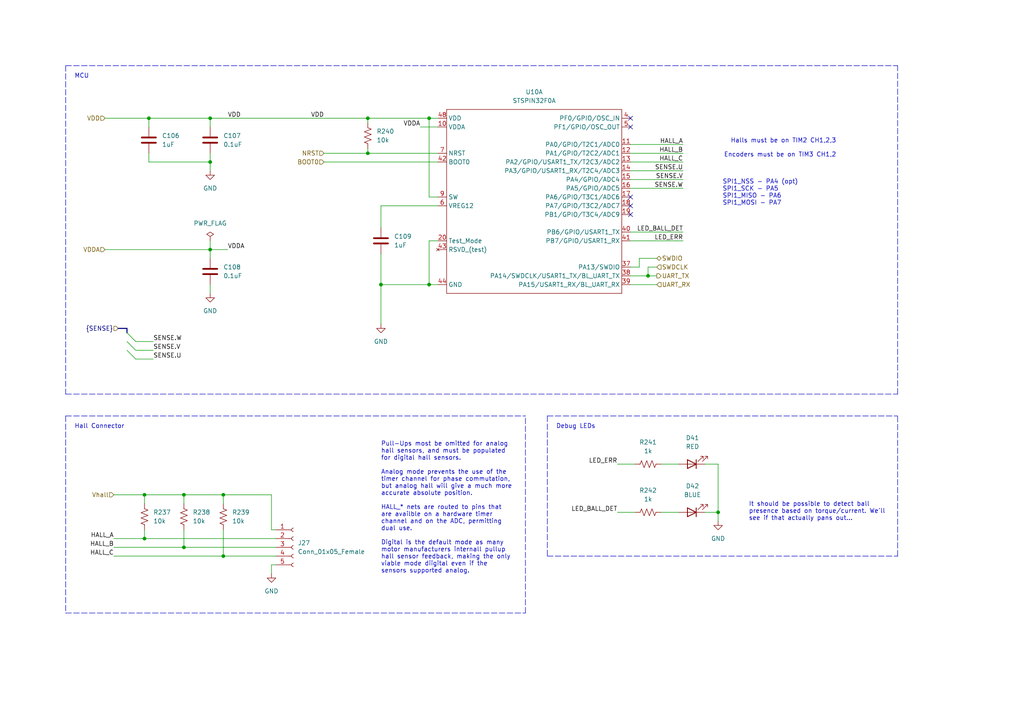
<source format=kicad_sch>
(kicad_sch (version 20210621) (generator eeschema)
  (paper "A4")
  (title_block (title "Motorboard") (date "2021-11-14") (rev "1.0.0") (company "The A-Team (RC SSL)") (comment 1 "Designed By: W. Stuckey & R. Osawa") (comment 2 "Reviewed By:"))
  (lib_symbols
    (symbol "Connector:Conn_01x05_Female" (pin_names (offset 1.016) hide)
      (property "Reference" "J" (at 0 7.62 0))
      (property "Value" "Conn_01x05_Female" (at 0 -7.62 0))
      (symbol "Conn_01x05_Female_1_1"
        (arc (start 0 -4.572) (end 0 -5.588) (radius (at 0 -5.08) (length 0.508) (angles 90.1 -90.1)) (stroke (width 0.1524)))
        (arc (start 0 -2.032) (end 0 -3.048) (radius (at 0 -2.54) (length 0.508) (angles 90.1 -90.1)) (stroke (width 0.1524)))
        (arc (start 0 0.508) (end 0 -0.508) (radius (at 0 0) (length 0.508) (angles 90.1 -90.1)) (stroke (width 0.1524)))
        (arc (start 0 3.048) (end 0 2.032) (radius (at 0 2.54) (length 0.508) (angles 90.1 -90.1)) (stroke (width 0.1524)))
        (arc (start 0 5.588) (end 0 4.572) (radius (at 0 5.08) (length 0.508) (angles 90.1 -90.1)) (stroke (width 0.1524)))
        (polyline (pts (xy -1.27 -5.08) (xy -0.508 -5.08)) (stroke (width 0.1524)))
        (polyline (pts (xy -1.27 -2.54) (xy -0.508 -2.54)) (stroke (width 0.1524)))
        (polyline (pts (xy -1.27 0) (xy -0.508 0)) (stroke (width 0.1524)))
        (polyline (pts (xy -1.27 2.54) (xy -0.508 2.54)) (stroke (width 0.1524)))
        (polyline (pts (xy -1.27 5.08) (xy -0.508 5.08)) (stroke (width 0.1524)))
        (pin passive line (at -5.08 5.08 0) (length 3.81) (name "Pin_1") (number "1"))
        (pin passive line (at -5.08 2.54 0) (length 3.81) (name "Pin_2") (number "2"))
        (pin passive line (at -5.08 0 0) (length 3.81) (name "Pin_3") (number "3"))
        (pin passive line (at -5.08 -2.54 0) (length 3.81) (name "Pin_4") (number "4"))
        (pin passive line (at -5.08 -5.08 0) (length 3.81) (name "Pin_5") (number "5"))
      )
    )
    (symbol "Device:C" (pin_numbers hide) (pin_names (offset 0.254))
      (property "Reference" "C" (at 0.635 2.54 0))
      (property "Value" "C" (at 0.635 -2.54 0))
      (symbol "C_0_1"
        (polyline (pts (xy -2.032 -0.762) (xy 2.032 -0.762)) (stroke (width 0.508)))
        (polyline (pts (xy -2.032 0.762) (xy 2.032 0.762)) (stroke (width 0.508)))
      )
      (symbol "C_1_1"
        (pin passive line (at 0 3.81 270) (length 2.794) (name "~") (number "1"))
        (pin passive line (at 0 -3.81 90) (length 2.794) (name "~") (number "2"))
      )
    )
    (symbol "Device:LED" (pin_numbers hide) (pin_names (offset 1.016) hide)
      (property "Reference" "D" (at 0 2.54 0))
      (property "Value" "LED" (at 0 -2.54 0))
      (symbol "LED_0_1"
        (polyline (pts (xy -1.27 -1.27) (xy -1.27 1.27)) (stroke (width 0.254)))
        (polyline (pts (xy -1.27 0) (xy 1.27 0)))
        (polyline (pts (xy 1.27 -1.27) (xy 1.27 1.27) (xy -1.27 0) (xy 1.27 -1.27)) (stroke (width 0.254)))
        (polyline (pts (xy -3.048 -0.762) (xy -4.572 -2.286) (xy -3.81 -2.286) (xy -4.572 -2.286) (xy -4.572 -1.524)))
        (polyline (pts (xy -1.778 -0.762) (xy -3.302 -2.286) (xy -2.54 -2.286) (xy -3.302 -2.286) (xy -3.302 -1.524)))
      )
      (symbol "LED_1_1"
        (pin passive line (at -3.81 0 0) (length 2.54) (name "K") (number "1"))
        (pin passive line (at 3.81 0 180) (length 2.54) (name "A") (number "2"))
      )
    )
    (symbol "Device:R_US" (pin_numbers hide) (pin_names (offset 0))
      (property "Reference" "R" (at 2.54 0 90))
      (property "Value" "R_US" (at -2.54 0 90))
      (symbol "R_US_0_1"
        (polyline (pts (xy 0 -2.286) (xy 0 -2.54)))
        (polyline (pts (xy 0 2.286) (xy 0 2.54)))
        (polyline (pts (xy 0 -0.762) (xy 1.016 -1.143) (xy 0 -1.524) (xy -1.016 -1.905) (xy 0 -2.286)))
        (polyline (pts (xy 0 0.762) (xy 1.016 0.381) (xy 0 0) (xy -1.016 -0.381) (xy 0 -0.762)))
        (polyline (pts (xy 0 2.286) (xy 1.016 1.905) (xy 0 1.524) (xy -1.016 1.143) (xy 0 0.762)))
      )
      (symbol "R_US_1_1"
        (pin passive line (at 0 3.81 270) (length 1.27) (name "~") (number "1"))
        (pin passive line (at 0 -3.81 90) (length 1.27) (name "~") (number "2"))
      )
    )
    (symbol "power:GND" (power) (pin_names (offset 0))
      (property "Value" "GND" (at 0 -3.81 0))
      (symbol "GND_0_1"
        (polyline (pts (xy 0 0) (xy 0 -1.27) (xy 1.27 -1.27) (xy 0 -2.54) (xy -1.27 -1.27) (xy 0 -1.27)))
      )
      (symbol "GND_1_1"
        (pin power_in line (at 0 0 270) (length 0) hide (name "GND") (number "1"))
      )
    )
    (symbol "power:PWR_FLAG" (power) (pin_numbers hide) (pin_names (offset 0) hide)
      (property "Value" "PWR_FLAG" (at 0 3.81 0))
      (symbol "PWR_FLAG_0_0"
        (pin power_out line (at 0 0 90) (length 0) (name "pwr") (number "1"))
      )
      (symbol "PWR_FLAG_0_1"
        (polyline (pts (xy 0 0) (xy 0 1.27) (xy -1.016 1.905) (xy 0 2.54) (xy 1.016 1.905) (xy 0 1.27)))
      )
    )
    (symbol "st_microcontrollers:STSPIN32F0A"
      (property "Reference" "U" (at 0 -17.78 0))
      (property "Value" "STSPIN32F0A" (at 0 40.64 0))
      (symbol "STSPIN32F0A_1_1"
        (rectangle (start -25.4 38.1) (end 25.4 -15.24) (stroke (width 0.1524)))
        (pin power_in line (at -27.94 33.02 0) (length 2.54) (name "VDDA") (number "10"))
        (pin bidirectional line (at 27.94 27.94 180) (length 2.54) (name "PA0/GPIO/T2C1/ADC0") (number "11"))
        (pin bidirectional line (at 27.94 25.4 180) (length 2.54) (name "PA1/GPIO/T2C2/ADC1") (number "12"))
        (pin bidirectional line (at 27.94 22.86 180) (length 2.54) (name "PA2/GPIO/USART1_TX/T2C3/ADC2") (number "13"))
        (pin bidirectional line (at 27.94 20.32 180) (length 2.54) (name "PA3/GPIO/USART1_RX/T2C4/ADC3") (number "14"))
        (pin bidirectional line (at 27.94 17.78 180) (length 2.54) (name "PA4/GPIO/ADC4") (number "15"))
        (pin bidirectional line (at 27.94 15.24 180) (length 2.54) (name "PA5/GPIO/ADC5") (number "16"))
        (pin bidirectional line (at 27.94 12.7 180) (length 2.54) (name "PA6/GPIO/T3C1/ADC6") (number "17"))
        (pin bidirectional line (at 27.94 10.16 180) (length 2.54) (name "PA7/GPIO/T3C2/ADC7") (number "18"))
        (pin bidirectional line (at 27.94 7.62 180) (length 2.54) (name "PB1/GPIO/T3C4/ADC9") (number "19"))
        (pin input line (at -27.94 0 0) (length 2.54) (name "Test_Mode") (number "20"))
        (pin input line (at 27.94 -7.62 180) (length 2.54) (name "PA13/SWDIO") (number "37"))
        (pin input line (at 27.94 -10.16 180) (length 2.54) (name "PA14/SWDCLK/USART1_TX/BL_UART_TX") (number "38"))
        (pin input line (at 27.94 -12.7 180) (length 2.54) (name "PA15/USART1_RX/BL_UART_RX") (number "39"))
        (pin bidirectional line (at 27.94 35.56 180) (length 2.54) (name "PF0/GPIO/OSC_IN") (number "4"))
        (pin bidirectional line (at 27.94 2.54 180) (length 2.54) (name "PB6/GPIO/USART1_TX") (number "40"))
        (pin bidirectional line (at 27.94 0 180) (length 2.54) (name "PB7/GPIO/USART1_RX") (number "41"))
        (pin bidirectional line (at -27.94 22.86 0) (length 2.54) (name "BOOT0") (number "42"))
        (pin no_connect line (at -27.94 -2.54 0) (length 2.54) (name "RSVD_(test)") (number "43"))
        (pin power_in line (at -27.94 -12.7 0) (length 2.54) (name "GND") (number "44"))
        (pin power_in line (at -27.94 35.56 0) (length 2.54) (name "VDD") (number "48"))
        (pin bidirectional line (at 27.94 33.02 180) (length 2.54) (name "PF1/GPIO/OSC_OUT") (number "5"))
        (pin bidirectional line (at -27.94 10.16 0) (length 2.54) (name "VREG12") (number "6"))
        (pin bidirectional line (at -27.94 25.4 0) (length 2.54) (name "NRST") (number "7"))
        (pin bidirectional line (at -27.94 12.7 0) (length 2.54) (name "SW") (number "9"))
      )
      (symbol "STSPIN32F0A_2_1"
        (rectangle (start -11.43 38.1) (end 12.7 -38.1) (stroke (width 0.1524)))
        (pin output line (at 15.24 -30.48 180) (length 2.54) (name "HSW") (number "25"))
        (pin bidirectional line (at 15.24 -33.02 180) (length 2.54) (name "OUTW") (number "26"))
        (pin bidirectional line (at 15.24 -20.32 180) (length 2.54) (name "VBOOTW") (number "27"))
        (pin output line (at 15.24 -35.56 180) (length 2.54) (name "LSW") (number "28"))
        (pin output line (at 15.24 -2.54 180) (length 2.54) (name "HSV") (number "29"))
        (pin bidirectional line (at 15.24 -5.08 180) (length 2.54) (name "OUTV") (number "30"))
        (pin bidirectional line (at 15.24 7.62 180) (length 2.54) (name "VBOOTV") (number "31"))
        (pin output line (at 15.24 -7.62 180) (length 2.54) (name "LSV") (number "32"))
        (pin output line (at 15.24 25.4 180) (length 2.54) (name "HSU") (number "33"))
        (pin bidirectional line (at 15.24 22.86 180) (length 2.54) (name "OUTU") (number "34"))
        (pin bidirectional line (at 15.24 35.56 180) (length 2.54) (name "VBOOTU") (number "35"))
        (pin output line (at 15.24 20.32 180) (length 2.54) (name "LSU") (number "36"))
        (pin power_in line (at -13.97 -35.56 0) (length 2.54) (name "EPAD/GND") (number "49"))
        (pin power_in line (at -13.97 35.56 0) (length 2.54) (name "VM/VMotor") (number "8"))
      )
      (symbol "STSPIN32F0A_3_1"
        (polyline (pts (xy -2.54 5.08) (xy -2.54 -5.08) (xy 3.81 0) (xy -2.54 5.08)) (stroke (width 0.1524)))
        (pin output line (at 6.35 0 180) (length 2.54) (name "OP1O") (number "21"))
        (pin input inverted (at -5.08 2.54 0) (length 2.54) (name "OP1N") (number "22"))
        (pin input line (at -5.08 -2.54 0) (length 2.54) (name "OP1P") (number "23"))
      )
      (symbol "STSPIN32F0A_4_1"
        (polyline (pts (xy -2.54 5.08) (xy -2.54 -5.08) (xy 3.81 0) (xy -2.54 5.08)) (stroke (width 0.1524)))
        (pin input line (at -5.08 -2.54 0) (length 2.54) (name "OP2P") (number "1"))
        (pin input inverted (at -5.08 2.54 0) (length 2.54) (name "OP2N") (number "2"))
        (pin output line (at 6.35 0 180) (length 2.54) (name "OP2O") (number "3"))
      )
      (symbol "STSPIN32F0A_5_1"
        (polyline (pts (xy -2.54 5.08) (xy -2.54 -5.08) (xy 3.81 0) (xy -2.54 5.08)) (stroke (width 0.1524)))
        (pin input line (at -5.08 -2.54 0) (length 2.54) (name "OP3P") (number "45"))
        (pin input inverted (at -5.08 2.54 0) (length 2.54) (name "OP3N") (number "46"))
        (pin output line (at 6.35 0 180) (length 2.54) (name "OP3O") (number "47"))
      )
      (symbol "STSPIN32F0A_6_1"
        (polyline (pts (xy -5.715 3.175) (xy -4.445 1.905)) (stroke (width 0.1524)))
        (polyline (pts (xy -4.445 3.175) (xy -5.715 1.905)) (stroke (width 0.1524)))
        (polyline (pts (xy -2.54 2.54) (xy -5.08 2.54)) (stroke (width 0.1524)))
        (polyline (pts (xy 3.81 0) (xy 6.35 0)) (stroke (width 0.1524)))
        (polyline (pts (xy 5.715 -0.635) (xy 6.985 0.635)) (stroke (width 0.1524)))
        (polyline (pts (xy 5.715 0.635) (xy 6.985 -0.635)) (stroke (width 0.1524)))
        (polyline (pts (xy -2.54 5.08) (xy -2.54 -5.08) (xy 3.81 0) (xy -2.54 5.08)) (stroke (width 0.1524)))
        (pin input line (at -5.08 -2.54 0) (length 2.54) (name "OC_Comp") (number "24"))
      )
    )
  )
  (junction (at 41.91 143.51) (diameter 0.9144))
  (junction (at 41.91 156.21) (diameter 0.9144))
  (junction (at 43.18 34.29) (diameter 0.9144))
  (junction (at 53.34 143.51) (diameter 0.9144))
  (junction (at 53.34 158.75) (diameter 0.9144))
  (junction (at 60.96 34.29) (diameter 0.9144))
  (junction (at 60.96 46.99) (diameter 0.9144))
  (junction (at 60.96 72.39) (diameter 0.9144))
  (junction (at 64.77 143.51) (diameter 0.9144))
  (junction (at 64.77 161.29) (diameter 0.9144))
  (junction (at 106.68 34.29) (diameter 0.9144))
  (junction (at 106.68 44.45) (diameter 0.9144))
  (junction (at 110.49 82.55) (diameter 0.9144))
  (junction (at 124.46 34.29) (diameter 0.9144))
  (junction (at 124.46 82.55) (diameter 0.9144))
  (junction (at 187.96 80.01) (diameter 0.9144))
  (junction (at 208.28 148.59) (diameter 0.9144))
  (no_connect (at 182.88 34.29))
  (no_connect (at 182.88 36.83))
  (no_connect (at 182.88 57.15))
  (no_connect (at 182.88 59.69))
  (no_connect (at 182.88 62.23))
  (bus_entry (at 39.37 99.06) (size -2.54 -2.54))
  (bus_entry (at 39.37 101.6) (size -2.54 -2.54))
  (bus_entry (at 39.37 104.14) (size -2.54 -2.54))
  (wire (pts (xy 30.48 34.29) (xy 43.18 34.29)))
  (wire (pts (xy 30.48 72.39) (xy 60.96 72.39)))
  (wire (pts (xy 33.02 143.51) (xy 41.91 143.51)))
  (wire (pts (xy 33.02 156.21) (xy 41.91 156.21)))
  (wire (pts (xy 33.02 158.75) (xy 53.34 158.75)))
  (wire (pts (xy 33.02 161.29) (xy 64.77 161.29)))
  (wire (pts (xy 41.91 143.51) (xy 41.91 146.05)))
  (wire (pts (xy 41.91 153.67) (xy 41.91 156.21)))
  (wire (pts (xy 41.91 156.21) (xy 80.01 156.21)))
  (wire (pts (xy 43.18 34.29) (xy 43.18 36.83)))
  (wire (pts (xy 43.18 34.29) (xy 60.96 34.29)))
  (wire (pts (xy 43.18 44.45) (xy 43.18 46.99)))
  (wire (pts (xy 43.18 46.99) (xy 60.96 46.99)))
  (wire (pts (xy 44.45 99.06) (xy 39.37 99.06)))
  (wire (pts (xy 44.45 101.6) (xy 39.37 101.6)))
  (wire (pts (xy 44.45 104.14) (xy 39.37 104.14)))
  (wire (pts (xy 53.34 143.51) (xy 41.91 143.51)))
  (wire (pts (xy 53.34 143.51) (xy 53.34 146.05)))
  (wire (pts (xy 53.34 153.67) (xy 53.34 158.75)))
  (wire (pts (xy 53.34 158.75) (xy 80.01 158.75)))
  (wire (pts (xy 60.96 34.29) (xy 60.96 36.83)))
  (wire (pts (xy 60.96 34.29) (xy 106.68 34.29)))
  (wire (pts (xy 60.96 46.99) (xy 60.96 44.45)))
  (wire (pts (xy 60.96 46.99) (xy 60.96 49.53)))
  (wire (pts (xy 60.96 69.85) (xy 60.96 72.39)))
  (wire (pts (xy 60.96 72.39) (xy 60.96 74.93)))
  (wire (pts (xy 60.96 72.39) (xy 66.04 72.39)))
  (wire (pts (xy 60.96 82.55) (xy 60.96 85.09)))
  (wire (pts (xy 64.77 143.51) (xy 53.34 143.51)))
  (wire (pts (xy 64.77 143.51) (xy 64.77 146.05)))
  (wire (pts (xy 64.77 143.51) (xy 78.74 143.51)))
  (wire (pts (xy 64.77 153.67) (xy 64.77 161.29)))
  (wire (pts (xy 64.77 161.29) (xy 80.01 161.29)))
  (wire (pts (xy 78.74 143.51) (xy 78.74 153.67)))
  (wire (pts (xy 78.74 153.67) (xy 80.01 153.67)))
  (wire (pts (xy 78.74 163.83) (xy 78.74 166.37)))
  (wire (pts (xy 80.01 163.83) (xy 78.74 163.83)))
  (wire (pts (xy 93.98 44.45) (xy 106.68 44.45)))
  (wire (pts (xy 93.98 46.99) (xy 127 46.99)))
  (wire (pts (xy 106.68 34.29) (xy 106.68 35.56)))
  (wire (pts (xy 106.68 34.29) (xy 124.46 34.29)))
  (wire (pts (xy 106.68 43.18) (xy 106.68 44.45)))
  (wire (pts (xy 106.68 44.45) (xy 127 44.45)))
  (wire (pts (xy 110.49 59.69) (xy 110.49 66.04)))
  (wire (pts (xy 110.49 73.66) (xy 110.49 82.55)))
  (wire (pts (xy 110.49 82.55) (xy 110.49 93.98)))
  (wire (pts (xy 110.49 82.55) (xy 124.46 82.55)))
  (wire (pts (xy 121.92 36.83) (xy 127 36.83)))
  (wire (pts (xy 124.46 34.29) (xy 124.46 57.15)))
  (wire (pts (xy 124.46 34.29) (xy 127 34.29)))
  (wire (pts (xy 124.46 69.85) (xy 124.46 82.55)))
  (wire (pts (xy 124.46 82.55) (xy 127 82.55)))
  (wire (pts (xy 127 57.15) (xy 124.46 57.15)))
  (wire (pts (xy 127 59.69) (xy 110.49 59.69)))
  (wire (pts (xy 127 69.85) (xy 124.46 69.85)))
  (wire (pts (xy 179.07 134.62) (xy 184.15 134.62)))
  (wire (pts (xy 179.07 148.59) (xy 184.15 148.59)))
  (wire (pts (xy 182.88 41.91) (xy 198.12 41.91)))
  (wire (pts (xy 182.88 44.45) (xy 198.12 44.45)))
  (wire (pts (xy 182.88 46.99) (xy 198.12 46.99)))
  (wire (pts (xy 182.88 49.53) (xy 198.12 49.53)))
  (wire (pts (xy 182.88 52.07) (xy 198.12 52.07)))
  (wire (pts (xy 182.88 54.61) (xy 198.12 54.61)))
  (wire (pts (xy 182.88 67.31) (xy 198.12 67.31)))
  (wire (pts (xy 182.88 69.85) (xy 198.12 69.85)))
  (wire (pts (xy 182.88 80.01) (xy 187.96 80.01)))
  (wire (pts (xy 182.88 82.55) (xy 190.5 82.55)))
  (wire (pts (xy 185.42 74.93) (xy 185.42 77.47)))
  (wire (pts (xy 185.42 77.47) (xy 182.88 77.47)))
  (wire (pts (xy 187.96 77.47) (xy 187.96 80.01)))
  (wire (pts (xy 187.96 80.01) (xy 190.5 80.01)))
  (wire (pts (xy 190.5 74.93) (xy 185.42 74.93)))
  (wire (pts (xy 190.5 77.47) (xy 187.96 77.47)))
  (wire (pts (xy 191.77 134.62) (xy 196.85 134.62)))
  (wire (pts (xy 191.77 148.59) (xy 196.85 148.59)))
  (wire (pts (xy 204.47 134.62) (xy 208.28 134.62)))
  (wire (pts (xy 204.47 148.59) (xy 208.28 148.59)))
  (wire (pts (xy 208.28 134.62) (xy 208.28 148.59)))
  (wire (pts (xy 208.28 148.59) (xy 208.28 151.13)))
  (bus (pts (xy 36.83 95.25) (xy 34.29 95.25)))
  (bus (pts (xy 36.83 95.25) (xy 36.83 101.6)))
  (polyline (pts (xy 19.05 19.05) (xy 19.05 114.3)) (stroke (width 0) (type dash)))
  (polyline (pts (xy 19.05 19.05) (xy 260.35 19.05)) (stroke (width 0) (type dash)))
  (polyline (pts (xy 19.05 114.3) (xy 260.35 114.3)) (stroke (width 0) (type dash)))
  (polyline (pts (xy 19.05 120.65) (xy 19.05 177.8)) (stroke (width 0) (type dash)))
  (polyline (pts (xy 19.05 120.65) (xy 152.4 120.65)) (stroke (width 0) (type dash)))
  (polyline (pts (xy 19.05 177.8) (xy 152.4 177.8)) (stroke (width 0) (type dash)))
  (polyline (pts (xy 152.4 177.8) (xy 152.4 120.65)) (stroke (width 0) (type dash)))
  (polyline (pts (xy 158.75 120.65) (xy 158.75 161.29)) (stroke (width 0) (type dash)))
  (polyline (pts (xy 158.75 120.65) (xy 260.35 120.65)) (stroke (width 0) (type dash)))
  (polyline (pts (xy 158.75 161.29) (xy 260.35 161.29)) (stroke (width 0) (type dash)))
  (polyline (pts (xy 260.35 114.3) (xy 260.35 19.05)) (stroke (width 0) (type dash)))
  (polyline (pts (xy 260.35 161.29) (xy 260.35 120.65)) (stroke (width 0) (type dash)))
  (text "MCU" (at 21.59 22.86 0) (effects (font (size 1.27 1.27)) (justify left bottom)))
  (text "Hall Connector" (at 21.59 124.46 0) (effects (font (size 1.27 1.27)) (justify left bottom)))
  (text "Pull-Ups most be omitted for analog\nhall sensors, and must be populated\nfor digital hall sensors.\n\nAnalog mode prevents the use of the \ntimer channel for phase commutation, \nbut analog hall will give a much more \naccurate absolute position.\n\nHALL_* nets are routed to pins that\nare availble on a hardware timer\nchannel and on the ADC, permitting\ndual use.\n\nDigital is the default mode as many\nmotor manufacturers internall pullup\nhall sensor feedback, making the only\nviable mode diigital even if the\nsensors supported analog." (at 110.49 166.37 0) (effects (font (size 1.27 1.27)) (justify left bottom)))
  (text "Debug LEDs" (at 161.29 124.46 0) (effects (font (size 1.27 1.27)) (justify left bottom)))
  (text "SPI1_NSS - PA4 (opt)\nSPI1_SCK - PA5\nSPI1_MISO - PA6\nSPI1_MOSI - PA7" (at 209.55 59.69 0) (effects (font (size 1.27 1.27)) (justify left bottom)))
  (text "It should be possible to detect ball\npresence based on torque/current. We'll\nsee if that actually pans out..." (at 217.17 151.13 0) (effects (font (size 1.27 1.27)) (justify left bottom)))
  (text "Halls must be on TIM2 CH1,2,3\n\nEncoders must be on TIM3 CH1,2" (at 242.57 45.72 0) (effects (font (size 1.27 1.27)) (justify right bottom)))
  (label "HALL_A" (at 33.02 156.21 180))
  (label "HALL_B" (at 33.02 158.75 180))
  (label "HALL_C" (at 33.02 161.29 180))
  (label "SENSE.W" (at 44.45 99.06 0))
  (label "SENSE.V" (at 44.45 101.6 0))
  (label "SENSE.U" (at 44.45 104.14 0))
  (label "VDD" (at 66.04 34.29 0))
  (label "VDDA" (at 66.04 72.39 0))
  (label "VDD" (at 93.98 34.29 180))
  (label "VDDA" (at 121.92 36.83 180))
  (label "LED_ERR" (at 179.07 134.62 180))
  (label "LED_BALL_DET" (at 179.07 148.59 180))
  (label "HALL_A" (at 198.12 41.91 180))
  (label "HALL_B" (at 198.12 44.45 180))
  (label "HALL_C" (at 198.12 46.99 180))
  (label "SENSE.U" (at 198.12 49.53 180))
  (label "SENSE.V" (at 198.12 52.07 180))
  (label "SENSE.W" (at 198.12 54.61 180))
  (label "LED_BALL_DET" (at 198.12 67.31 180))
  (label "LED_ERR" (at 198.12 69.85 180))
  (hierarchical_label "VDD" (shape input) (at 30.48 34.29 180))
  (hierarchical_label "VDDA" (shape input) (at 30.48 72.39 180))
  (hierarchical_label "Vhall" (shape input) (at 33.02 143.51 180))
  (hierarchical_label "{SENSE}" (shape input) (at 34.29 95.25 180))
  (hierarchical_label "NRST" (shape input) (at 93.98 44.45 180))
  (hierarchical_label "BOOT0" (shape input) (at 93.98 46.99 180))
  (hierarchical_label "SWDIO" (shape bidirectional) (at 190.5 74.93 0))
  (hierarchical_label "SWDCLK" (shape input) (at 190.5 77.47 0))
  (hierarchical_label "UART_TX" (shape output) (at 190.5 80.01 0))
  (hierarchical_label "UART_RX" (shape input) (at 190.5 82.55 0))
  (symbol (lib_id "power:PWR_FLAG") (at 60.96 69.85 0) (unit 1)
    (property "Reference" "#FLG016" (effects hide))
    (property "Value" "PWR_FLAG" (at 60.96 64.77 0))
  )
  (symbol (lib_id "power:GND") (at 60.96 49.53 0) (unit 1)
    (property "Reference" "#PWR0160" (effects hide))
    (property "Value" "GND" (at 60.96 54.61 0))
  )
  (symbol (lib_id "power:GND") (at 60.96 85.09 0) (unit 1)
    (property "Reference" "#PWR0161" (effects hide))
    (property "Value" "GND" (at 60.96 90.17 0))
  )
  (symbol (lib_id "power:GND") (at 78.74 166.37 0) (unit 1)
    (property "Reference" "#PWR0162" (effects hide))
    (property "Value" "GND" (at 78.74 171.45 0))
  )
  (symbol (lib_id "power:GND") (at 110.49 93.98 0) (unit 1)
    (property "Reference" "#PWR0163" (effects hide))
    (property "Value" "GND" (at 110.49 99.06 0))
  )
  (symbol (lib_id "power:GND") (at 208.28 151.13 0) (unit 1)
    (property "Reference" "#PWR0165" (effects hide))
    (property "Value" "GND" (at 208.28 156.21 0))
  )
  (symbol (lib_id "Device:R_US") (at 41.91 149.86 0) (unit 1)
    (property "Reference" "R237" (at 44.45 148.5899 0) (effects (justify left)))
    (property "Value" "10k" (at 44.45 151.1299 0) (effects (justify left)))
    (property "Footprint" "Resistor_SMD:R_0402_1005Metric_Pad0.72x0.64mm_HandSolder" (effects hide))
  )
  (symbol (lib_id "Device:R_US") (at 53.34 149.86 0) (unit 1)
    (property "Reference" "R238" (at 55.88 148.5899 0) (effects (justify left)))
    (property "Value" "10k" (at 55.88 151.1299 0) (effects (justify left)))
    (property "Footprint" "Resistor_SMD:R_0402_1005Metric_Pad0.72x0.64mm_HandSolder" (effects hide))
  )
  (symbol (lib_id "Device:R_US") (at 64.77 149.86 0) (unit 1)
    (property "Reference" "R239" (at 67.31 148.5899 0) (effects (justify left)))
    (property "Value" "10k" (at 67.31 151.1299 0) (effects (justify left)))
    (property "Footprint" "Resistor_SMD:R_0402_1005Metric_Pad0.72x0.64mm_HandSolder" (effects hide))
  )
  (symbol (lib_id "Device:R_US") (at 106.68 39.37 0) (unit 1)
    (property "Reference" "R240" (at 109.22 38.0999 0) (effects (justify left)))
    (property "Value" "10k" (at 109.22 40.6399 0) (effects (justify left)))
    (property "Footprint" "Resistor_SMD:R_0402_1005Metric_Pad0.72x0.64mm_HandSolder" (effects hide))
  )
  (symbol (lib_id "Device:R_US") (at 187.96 134.62 90) (unit 1)
    (property "Reference" "R241" (at 187.96 128.27 90))
    (property "Value" "1k" (at 187.96 130.81 90))
    (property "Footprint" "Resistor_SMD:R_0402_1005Metric_Pad0.72x0.64mm_HandSolder" (effects hide))
  )
  (symbol (lib_id "Device:R_US") (at 187.96 148.59 90) (unit 1)
    (property "Reference" "R242" (at 187.96 142.24 90))
    (property "Value" "1k" (at 187.96 144.78 90))
    (property "Footprint" "Resistor_SMD:R_0402_1005Metric_Pad0.72x0.64mm_HandSolder" (effects hide))
  )
  (symbol (lib_id "Device:LED") (at 200.66 134.62 180) (unit 1)
    (property "Reference" "D41" (at 200.8505 127 0))
    (property "Value" "RED" (at 200.8505 129.54 0))
    (property "Footprint" "LED_SMD:LED_0603_1608Metric_Pad1.05x0.95mm_HandSolder" (effects hide))
  )
  (symbol (lib_id "Device:LED") (at 200.66 148.59 180) (unit 1)
    (property "Reference" "D42" (at 200.8505 140.97 0))
    (property "Value" "BLUE" (at 200.8505 143.51 0))
    (property "Footprint" "LED_SMD:LED_0603_1608Metric_Pad1.05x0.95mm_HandSolder" (effects hide))
  )
  (symbol (lib_id "Device:C") (at 43.18 40.64 0) (unit 1)
    (property "Reference" "C106" (at 46.99 39.3699 0) (effects (justify left)))
    (property "Value" "1uF" (at 46.99 41.9099 0) (effects (justify left)))
    (property "Footprint" "Capacitor_SMD:C_0603_1608Metric_Pad1.08x0.95mm_HandSolder" (effects hide))
  )
  (symbol (lib_id "Device:C") (at 60.96 40.64 0) (unit 1)
    (property "Reference" "C107" (at 64.77 39.3699 0) (effects (justify left)))
    (property "Value" "0.1uF" (at 64.77 41.9099 0) (effects (justify left)))
    (property "Footprint" "Capacitor_SMD:C_0402_1005Metric_Pad0.74x0.62mm_HandSolder" (effects hide))
  )
  (symbol (lib_id "Device:C") (at 60.96 78.74 0) (unit 1)
    (property "Reference" "C108" (at 64.77 77.4699 0) (effects (justify left)))
    (property "Value" "0.1uF" (at 64.77 80.0099 0) (effects (justify left)))
    (property "Footprint" "Capacitor_SMD:C_0402_1005Metric_Pad0.74x0.62mm_HandSolder" (effects hide))
  )
  (symbol (lib_id "Device:C") (at 110.49 69.85 0) (unit 1)
    (property "Reference" "C109" (at 114.3 68.5799 0) (effects (justify left)))
    (property "Value" "1uF" (at 114.3 71.1199 0) (effects (justify left)))
    (property "Footprint" "Capacitor_SMD:C_0603_1608Metric_Pad1.08x0.95mm_HandSolder" (effects hide))
  )
  (symbol (lib_id "Connector:Conn_01x05_Female") (at 85.09 158.75 0) (unit 1)
    (property "Reference" "J27" (at 86.36 157.4799 0) (effects (justify left)))
    (property "Value" "Conn_01x05_Female" (at 86.36 160.0199 0) (effects (justify left)))
  )
  (symbol (lib_id "st_microcontrollers:STSPIN32F0A") (at 154.94 69.85 0) (unit 1)
    (property "Reference" "U10" (at 154.94 26.67 0))
    (property "Value" "STSPIN32F0A" (at 154.94 29.21 0))
  )
)
</source>
